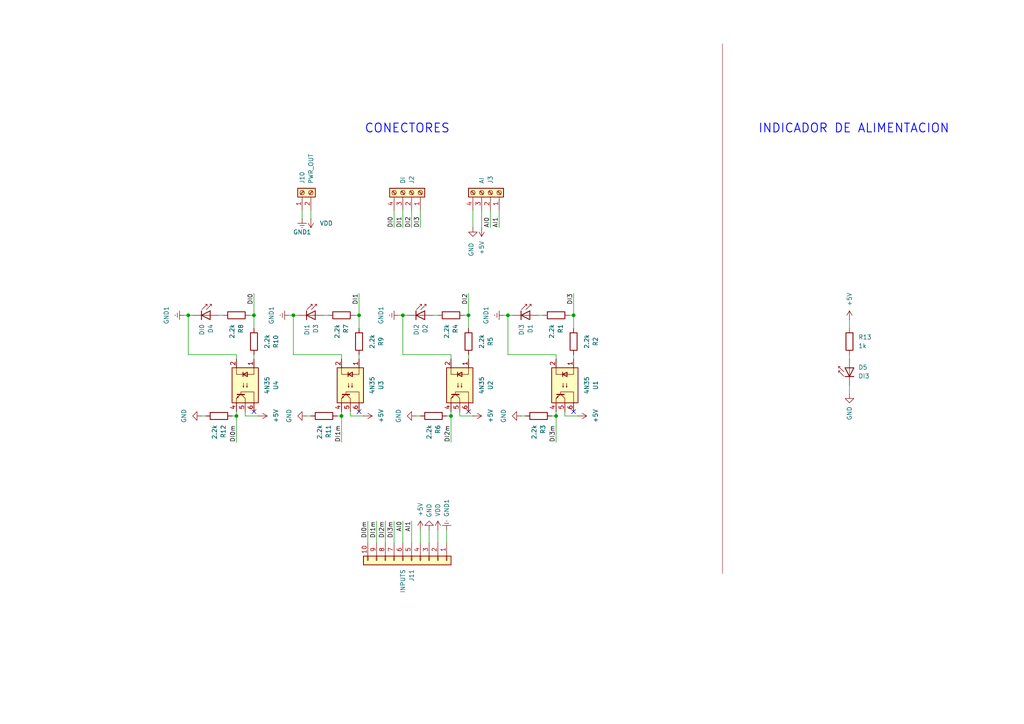
<source format=kicad_sch>
(kicad_sch (version 20231120) (generator "eeschema") (generator_version "8.0")
  (paper "A4")
  (lib_symbols
    (symbol "Connector:Screw_Terminal_01x02" (pin_names (offset 1.016) hide)
      (property "Reference" "J" (at 0 2.54 0))
      (property "Value" "Screw_Terminal_01x02" (at 0 -5.08 0))
      (symbol "Screw_Terminal_01x02_1_1"
        (rectangle (start -1.27 1.27) (end 1.27 -3.81) (stroke (width 0.254)) (fill (type background)))
        (circle (center 0 -2.54) (radius 0.635) (stroke (width 0.1524)))
        (polyline (pts (xy -0.5334 -2.2098) (xy 0.3302 -3.048)) (stroke (width 0.1524)))
        (polyline (pts (xy -0.5334 0.3302) (xy 0.3302 -0.508)) (stroke (width 0.1524)))
        (polyline (pts (xy -0.3556 -2.032) (xy 0.508 -2.8702)) (stroke (width 0.1524)))
        (polyline (pts (xy -0.3556 0.508) (xy 0.508 -0.3302)) (stroke (width 0.1524)))
        (circle (center 0 0) (radius 0.635) (stroke (width 0.1524)))
        (pin passive line (at -5.08 0 0) (length 3.81) (name "Pin_1") (number "1"))
        (pin passive line (at -5.08 -2.54 0) (length 3.81) (name "Pin_2") (number "2"))
      )
    )
    (symbol "Connector:Screw_Terminal_01x04" (pin_names (offset 1.016) hide)
      (property "Reference" "J" (at 0 5.08 0))
      (property "Value" "Screw_Terminal_01x04" (at 0 -7.62 0))
      (symbol "Screw_Terminal_01x04_1_1"
        (rectangle (start -1.27 3.81) (end 1.27 -6.35) (stroke (width 0.254)) (fill (type background)))
        (circle (center 0 -5.08) (radius 0.635) (stroke (width 0.1524)))
        (circle (center 0 -2.54) (radius 0.635) (stroke (width 0.1524)))
        (polyline (pts (xy -0.5334 -4.7498) (xy 0.3302 -5.588)) (stroke (width 0.1524)))
        (polyline (pts (xy -0.5334 -2.2098) (xy 0.3302 -3.048)) (stroke (width 0.1524)))
        (polyline (pts (xy -0.5334 0.3302) (xy 0.3302 -0.508)) (stroke (width 0.1524)))
        (polyline (pts (xy -0.5334 2.8702) (xy 0.3302 2.032)) (stroke (width 0.1524)))
        (polyline (pts (xy -0.3556 -4.572) (xy 0.508 -5.4102)) (stroke (width 0.1524)))
        (polyline (pts (xy -0.3556 -2.032) (xy 0.508 -2.8702)) (stroke (width 0.1524)))
        (polyline (pts (xy -0.3556 0.508) (xy 0.508 -0.3302)) (stroke (width 0.1524)))
        (polyline (pts (xy -0.3556 3.048) (xy 0.508 2.2098)) (stroke (width 0.1524)))
        (circle (center 0 0) (radius 0.635) (stroke (width 0.1524)))
        (circle (center 0 2.54) (radius 0.635) (stroke (width 0.1524)))
        (pin passive line (at -5.08 2.54 0) (length 3.81) (name "Pin_1") (number "1"))
        (pin passive line (at -5.08 0 0) (length 3.81) (name "Pin_2") (number "2"))
        (pin passive line (at -5.08 -2.54 0) (length 3.81) (name "Pin_3") (number "3"))
        (pin passive line (at -5.08 -5.08 0) (length 3.81) (name "Pin_4") (number "4"))
      )
    )
    (symbol "Connector_Generic:Conn_01x10" (pin_names (offset 1.016) hide)
      (property "Reference" "J" (at 0 12.7 0))
      (property "Value" "Conn_01x10" (at 0 -15.24 0))
      (symbol "Conn_01x10_1_1"
        (rectangle (start -1.27 -12.573) (end 0 -12.827) (stroke (width 0.1524)))
        (rectangle (start -1.27 -10.033) (end 0 -10.287) (stroke (width 0.1524)))
        (rectangle (start -1.27 -7.493) (end 0 -7.747) (stroke (width 0.1524)))
        (rectangle (start -1.27 -4.953) (end 0 -5.207) (stroke (width 0.1524)))
        (rectangle (start -1.27 -2.413) (end 0 -2.667) (stroke (width 0.1524)))
        (rectangle (start -1.27 0.127) (end 0 -0.127) (stroke (width 0.1524)))
        (rectangle (start -1.27 2.667) (end 0 2.413) (stroke (width 0.1524)))
        (rectangle (start -1.27 5.207) (end 0 4.953) (stroke (width 0.1524)))
        (rectangle (start -1.27 7.747) (end 0 7.493) (stroke (width 0.1524)))
        (rectangle (start -1.27 10.287) (end 0 10.033) (stroke (width 0.1524)))
        (rectangle (start -1.27 11.43) (end 1.27 -13.97) (stroke (width 0.254)) (fill (type background)))
        (pin passive line (at -5.08 10.16 0) (length 3.81) (name "Pin_1") (number "1"))
        (pin passive line (at -5.08 -12.7 0) (length 3.81) (name "Pin_10") (number "10"))
        (pin passive line (at -5.08 7.62 0) (length 3.81) (name "Pin_2") (number "2"))
        (pin passive line (at -5.08 5.08 0) (length 3.81) (name "Pin_3") (number "3"))
        (pin passive line (at -5.08 2.54 0) (length 3.81) (name "Pin_4") (number "4"))
        (pin passive line (at -5.08 0 0) (length 3.81) (name "Pin_5") (number "5"))
        (pin passive line (at -5.08 -2.54 0) (length 3.81) (name "Pin_6") (number "6"))
        (pin passive line (at -5.08 -5.08 0) (length 3.81) (name "Pin_7") (number "7"))
        (pin passive line (at -5.08 -7.62 0) (length 3.81) (name "Pin_8") (number "8"))
        (pin passive line (at -5.08 -10.16 0) (length 3.81) (name "Pin_9") (number "9"))
      )
    )
    (symbol "Device:R" (pin_numbers hide) (pin_names (offset 0))
      (property "Reference" "R" (at 2.032 0 90))
      (property "Value" "R" (at 0 0 90))
      (symbol "R_0_1"
        (rectangle (start -1.016 -2.54) (end 1.016 2.54) (stroke (width 0.254)))
      )
      (symbol "R_1_1"
        (pin passive line (at 0 3.81 270) (length 1.27) (name "~") (number "1"))
        (pin passive line (at 0 -3.81 90) (length 1.27) (name "~") (number "2"))
      )
    )
    (symbol "Isolator:4N35" (pin_names (offset 1.016))
      (property "Reference" "U" (at -5.08 5.08 0))
      (property "Value" "4N35" (at 0 5.08 0))
      (symbol "4N35_0_1"
        (rectangle (start -5.08 3.81) (end 5.08 -3.81) (stroke (width 0.254)) (fill (type background)))
        (polyline (pts (xy -3.81 -0.635) (xy -2.54 -0.635)) (stroke (width 0.254)))
        (polyline (pts (xy 2.667 -1.397) (xy 3.81 -2.54)))
        (polyline (pts (xy 2.667 -1.143) (xy 3.81 0)))
        (polyline (pts (xy 3.81 -2.54) (xy 5.08 -2.54)))
        (polyline (pts (xy 3.81 0) (xy 5.08 0)))
        (polyline (pts (xy 2.667 -0.254) (xy 2.667 -2.286) (xy 2.667 -2.286)) (stroke (width 0.3556)))
        (polyline (pts (xy -5.08 -2.54) (xy -3.175 -2.54) (xy -3.175 2.54) (xy -5.08 2.54)))
        (polyline (pts (xy -3.175 -0.635) (xy -3.81 0.635) (xy -2.54 0.635) (xy -3.175 -0.635)) (stroke (width 0.254)))
        (polyline (pts (xy 3.683 -2.413) (xy 3.429 -1.905) (xy 3.175 -2.159) (xy 3.683 -2.413)))
        (polyline (pts (xy 5.08 2.54) (xy 1.905 2.54) (xy 1.905 -1.27) (xy 2.54 -1.27)))
        (polyline (pts (xy -0.635 -0.508) (xy 0.635 -0.508) (xy 0.254 -0.635) (xy 0.254 -0.381) (xy 0.635 -0.508)))
        (polyline (pts (xy -0.635 0.508) (xy 0.635 0.508) (xy 0.254 0.381) (xy 0.254 0.635) (xy 0.635 0.508)))
      )
      (symbol "4N35_1_1"
        (pin passive line (at -7.62 2.54 0) (length 2.54) (name "~") (number "1"))
        (pin passive line (at -7.62 -2.54 0) (length 2.54) (name "~") (number "2"))
        (pin no_connect line (at -5.08 0 0) (length 2.54) hide (name "NC") (number "3"))
        (pin passive line (at 7.62 -2.54 180) (length 2.54) (name "~") (number "4"))
        (pin passive line (at 7.62 0 180) (length 2.54) (name "~") (number "5"))
        (pin passive line (at 7.62 2.54 180) (length 2.54) (name "~") (number "6"))
      )
    )
    (symbol "LED:IR204A" (pin_numbers hide) (pin_names (offset 1.016) hide)
      (property "Reference" "D" (at 0.508 1.778 0))
      (property "Value" "IR204A" (at -1.016 -2.794 0))
      (symbol "IR204A_0_1"
        (polyline (pts (xy -2.54 1.27) (xy -2.54 -1.27)) (stroke (width 0.254)))
        (polyline (pts (xy 0 0) (xy -2.54 0)))
        (polyline (pts (xy 0.381 3.175) (xy -0.127 3.175)))
        (polyline (pts (xy -1.143 1.651) (xy 0.381 3.175) (xy 0.381 2.667)))
        (polyline (pts (xy 0 1.27) (xy -2.54 0) (xy 0 -1.27) (xy 0 1.27)) (stroke (width 0.254)))
        (polyline (pts (xy -2.413 1.651) (xy -0.889 3.175) (xy -0.889 2.667) (xy -0.889 3.175) (xy -1.397 3.175)))
      )
      (symbol "IR204A_1_1"
        (pin passive line (at -5.08 0 0) (length 2.54) (name "K") (number "1"))
        (pin passive line (at 2.54 0 180) (length 2.54) (name "A") (number "2"))
      )
    )
    (symbol "power:+5V" (power) (pin_numbers hide) (pin_names (offset 0) hide)
      (property "Value" "+5V" (at 0 3.556 0))
      (symbol "+5V_0_1"
        (polyline (pts (xy -0.762 1.27) (xy 0 2.54)))
        (polyline (pts (xy 0 0) (xy 0 2.54)))
        (polyline (pts (xy 0 2.54) (xy 0.762 1.27)))
      )
      (symbol "+5V_1_1"
        (pin power_in line (at 0 0 90) (length 0) (name "~") (number "1"))
      )
    )
    (symbol "power:Earth" (power) (pin_numbers hide) (pin_names (offset 0) hide)
      (property "Value" "Earth" (at 0 -3.81 0))
      (symbol "Earth_0_1"
        (polyline (pts (xy -0.635 -1.905) (xy 0.635 -1.905)))
        (polyline (pts (xy -0.127 -2.54) (xy 0.127 -2.54)))
        (polyline (pts (xy 0 -1.27) (xy 0 0)))
        (polyline (pts (xy 1.27 -1.27) (xy -1.27 -1.27)))
      )
      (symbol "Earth_1_1"
        (pin power_in line (at 0 0 270) (length 0) (name "~") (number "1"))
      )
    )
    (symbol "power:GND" (power) (pin_numbers hide) (pin_names (offset 0) hide)
      (property "Value" "GND" (at 0 -3.81 0))
      (symbol "GND_0_1"
        (polyline (pts (xy 0 0) (xy 0 -1.27) (xy 1.27 -1.27) (xy 0 -2.54) (xy -1.27 -1.27) (xy 0 -1.27)))
      )
      (symbol "GND_1_1"
        (pin power_in line (at 0 0 270) (length 0) (name "~") (number "1"))
      )
    )
    (symbol "power:VDD" (power) (pin_numbers hide) (pin_names (offset 0) hide)
      (property "Value" "VDD" (at 0 3.556 0))
      (symbol "VDD_0_1"
        (polyline (pts (xy -0.762 1.27) (xy 0 2.54)))
        (polyline (pts (xy 0 0) (xy 0 2.54)))
        (polyline (pts (xy 0 2.54) (xy 0.762 1.27)))
      )
      (symbol "VDD_1_1"
        (pin power_in line (at 0 0 90) (length 0) (name "~") (number "1"))
      )
    )
  )
  (junction (at 166.37 91.44))
  (junction (at 135.89 91.44))
  (junction (at 54.61 91.44))
  (junction (at 130.81 120.65))
  (junction (at 73.66 91.44))
  (junction (at 104.14 91.44))
  (junction (at 99.06 120.65))
  (junction (at 85.09 91.44))
  (junction (at 161.29 120.65))
  (junction (at 68.58 120.65))
  (junction (at 147.32 91.44))
  (junction (at 116.84 91.44))
  (no_connect (at 104.14 119.38))
  (no_connect (at 135.89 119.38))
  (no_connect (at 73.66 119.38))
  (no_connect (at 166.37 119.38))
  (wire (pts (xy 135.89 91.44) (xy 134.62 91.44)))
  (wire (pts (xy 137.16 66.04) (xy 137.16 60.96)))
  (wire (pts (xy 161.29 102.87) (xy 147.32 102.87)))
  (wire (pts (xy 130.81 119.38) (xy 130.81 120.65)))
  (wire (pts (xy 166.37 95.25) (xy 166.37 91.44)))
  (wire (pts (xy 161.29 119.38) (xy 161.29 120.65)))
  (wire (pts (xy 166.37 91.44) (xy 165.1 91.44)))
  (wire (pts (xy 104.14 102.87) (xy 104.14 104.14)))
  (wire (pts (xy 130.81 104.14) (xy 130.81 102.87)))
  (wire (pts (xy 99.06 120.65) (xy 99.06 128.27)))
  (wire (pts (xy 104.14 95.25) (xy 104.14 91.44)))
  (wire (pts (xy 104.14 91.44) (xy 102.87 91.44)))
  (wire (pts (xy 101.6 119.38) (xy 101.6 120.65)))
  (wire (pts (xy 142.24 60.96) (xy 142.24 66.04)))
  (wire (pts (xy 68.58 119.38) (xy 68.58 120.65)))
  (wire (pts (xy 85.09 102.87) (xy 85.09 91.44)))
  (wire (pts (xy 109.22 157.48) (xy 109.22 151.13)))
  (wire (pts (xy 135.89 95.25) (xy 135.89 91.44)))
  (wire (pts (xy 104.14 85.09) (xy 104.14 91.44)))
  (wire (pts (xy 124.46 157.48) (xy 124.46 153.67)))
  (wire (pts (xy 90.17 60.96) (xy 90.17 63.5)))
  (wire (pts (xy 54.61 91.44) (xy 53.34 91.44)))
  (wire (pts (xy 73.66 102.87) (xy 73.66 104.14)))
  (wire (pts (xy 121.92 60.96) (xy 121.92 66.04)))
  (wire (pts (xy 130.81 120.65) (xy 130.81 128.27)))
  (wire (pts (xy 59.69 120.65) (xy 58.42 120.65)))
  (wire (pts (xy 71.12 119.38) (xy 71.12 120.65)))
  (wire (pts (xy 147.32 102.87) (xy 147.32 91.44)))
  (wire (pts (xy 106.68 157.48) (xy 106.68 151.13)))
  (wire (pts (xy 135.89 102.87) (xy 135.89 104.14)))
  (wire (pts (xy 116.84 91.44) (xy 115.57 91.44)))
  (wire (pts (xy 139.7 66.04) (xy 139.7 60.96)))
  (wire (pts (xy 114.3 157.48) (xy 114.3 151.13)))
  (wire (pts (xy 127 157.48) (xy 127 153.67)))
  (wire (pts (xy 73.66 85.09) (xy 73.66 91.44)))
  (wire (pts (xy 99.06 120.65) (xy 97.79 120.65)))
  (wire (pts (xy 152.4 120.65) (xy 151.13 120.65)))
  (wire (pts (xy 99.06 104.14) (xy 99.06 102.87)))
  (wire (pts (xy 64.77 91.44) (xy 63.5 91.44)))
  (wire (pts (xy 68.58 120.65) (xy 67.31 120.65)))
  (wire (pts (xy 116.84 102.87) (xy 116.84 91.44)))
  (wire (pts (xy 133.35 119.38) (xy 133.35 120.65)))
  (wire (pts (xy 68.58 104.14) (xy 68.58 102.87)))
  (wire (pts (xy 55.88 91.44) (xy 54.61 91.44)))
  (wire (pts (xy 246.38 102.87) (xy 246.38 104.14)))
  (wire (pts (xy 99.06 102.87) (xy 85.09 102.87)))
  (wire (pts (xy 121.92 157.48) (xy 121.92 153.67)))
  (wire (pts (xy 54.61 91.44) (xy 54.61 102.87)))
  (wire (pts (xy 85.09 91.44) (xy 83.82 91.44)))
  (wire (pts (xy 111.76 157.48) (xy 111.76 151.13)))
  (wire (pts (xy 121.92 120.65) (xy 120.65 120.65)))
  (wire (pts (xy 95.25 91.44) (xy 93.98 91.44)))
  (wire (pts (xy 86.36 91.44) (xy 85.09 91.44)))
  (wire (pts (xy 166.37 102.87) (xy 166.37 104.14)))
  (wire (pts (xy 116.84 60.96) (xy 116.84 66.04)))
  (wire (pts (xy 73.66 91.44) (xy 72.39 91.44)))
  (wire (pts (xy 147.32 91.44) (xy 146.05 91.44)))
  (wire (pts (xy 161.29 120.65) (xy 161.29 128.27)))
  (wire (pts (xy 114.3 60.96) (xy 114.3 66.04)))
  (wire (pts (xy 167.64 120.65) (xy 163.83 120.65)))
  (wire (pts (xy 161.29 104.14) (xy 161.29 102.87)))
  (wire (pts (xy 118.11 91.44) (xy 116.84 91.44)))
  (wire (pts (xy 73.66 95.25) (xy 73.66 91.44)))
  (wire (pts (xy 119.38 157.48) (xy 119.38 151.13)))
  (wire (pts (xy 130.81 102.87) (xy 116.84 102.87)))
  (wire (pts (xy 99.06 119.38) (xy 99.06 120.65)))
  (wire (pts (xy 246.38 114.3) (xy 246.38 111.76)))
  (wire (pts (xy 148.59 91.44) (xy 147.32 91.44)))
  (wire (pts (xy 68.58 120.65) (xy 68.58 128.27)))
  (wire (pts (xy 135.89 85.09) (xy 135.89 91.44)))
  (wire (pts (xy 68.58 102.87) (xy 54.61 102.87)))
  (wire (pts (xy 163.83 119.38) (xy 163.83 120.65)))
  (wire (pts (xy 116.84 157.48) (xy 116.84 151.13)))
  (wire (pts (xy 130.81 120.65) (xy 129.54 120.65)))
  (wire (pts (xy 90.17 120.65) (xy 88.9 120.65)))
  (wire (pts (xy 127 91.44) (xy 125.73 91.44)))
  (wire (pts (xy 74.93 120.65) (xy 71.12 120.65)))
  (wire (pts (xy 129.54 157.48) (xy 129.54 153.67)))
  (wire (pts (xy 133.35 120.65) (xy 137.16 120.65)))
  (wire (pts (xy 246.38 92.71) (xy 246.38 95.25)))
  (wire (pts (xy 119.38 60.96) (xy 119.38 66.04)))
  (wire (pts (xy 87.63 60.96) (xy 87.63 63.5)))
  (wire (pts (xy 161.29 120.65) (xy 160.02 120.65)))
  (wire (pts (xy 157.48 91.44) (xy 156.21 91.44)))
  (polyline (pts (xy 209.55 12.7) (xy 209.55 166.37)) (stroke (width 0) (color 163 50 72 1)))
  (wire (pts (xy 144.78 60.96) (xy 144.78 66.04)))
  (wire (pts (xy 105.41 120.65) (xy 101.6 120.65)))
  (wire (pts (xy 166.37 85.09) (xy 166.37 91.44)))
  (text "INDICADOR DE ALIMENTACION" (at 247.65 37.338 0) (effects (font (size 2.54 2.54) (thickness 0.254) (bold yes))))
  (text "CONECTORES" (at 118.11 37.338 0) (effects (font (size 2.54 2.54) (thickness 0.254) (bold yes))))
  (label "AI0" (at 142.24 66.04 90))
  (label "DI2m" (at 111.76 151.13 270))
  (label "AI1" (at 144.78 66.04 90))
  (label "DI3" (at 166.37 85.09 270))
  (label "DI3" (at 121.92 66.04 90))
  (label "DI1" (at 116.84 66.04 90))
  (label "DI3m" (at 114.3 151.13 270))
  (label "DI0" (at 73.66 85.09 270))
  (label "DI2" (at 119.38 66.04 90))
  (label "DI2m" (at 130.81 128.27 90))
  (label "DI1" (at 104.14 85.09 270))
  (label "AI1" (at 119.38 151.13 270))
  (label "DI0" (at 114.3 66.04 90))
  (label "DI2" (at 135.89 85.09 270))
  (label "DI0m" (at 106.68 151.13 270))
  (label "AI0" (at 116.84 151.13 270))
  (label "DI3m" (at 161.29 128.27 90))
  (label "DI1m" (at 109.22 151.13 270))
  (label "DI0m" (at 68.58 128.27 90))
  (label "DI1m" (at 99.06 128.27 90))
  (symbol (lib_id "power:Earth") (at 53.34 91.44 270) (unit 1)
    (property "Reference" "#PWR012" (effects (hide yes)))
    (property "Value" "GND1" (at 48.26 91.44 0))
    (property "Description" "Power symbol creates a global label with name \"Earth\"" (effects (hide yes)))
  )
  (symbol (lib_id "Isolator:4N35") (at 101.6 111.76 270) (unit 1)
    (property "Reference" "U3" (at 110.49 111.76 0))
    (property "Value" "4N35" (at 107.95 111.76 0))
    (property "Footprint" "Package_DIP:DIP-6_W7.62mm_LongPads" (effects (hide yes)))
    (property "Datasheet" "https://www.vishay.com/docs/81181/4n35.pdf" (effects (hide yes)))
    (property "Description" "Optocoupler, Phototransistor Output, with Base Connection, Vce 70V, CTR 100%, Viso 5000V, DIP6" (effects (hide yes)))
  )
  (symbol (lib_id "LED:IR204A") (at 123.19 91.44 0) (unit 1)
    (property "Reference" "D2" (at 123.3171 93.98 90) (effects (justify right)))
    (property "Value" "DI2" (at 120.7771 93.98 90) (effects (justify right)))
    (property "Footprint" "LED_THT:LED_D3.0mm_IRBlack" (effects (hide yes)))
    (property "Datasheet" "http://www.everlight.com/file/ProductFile/IR204-A.pdf" (effects (hide yes)))
    (property "Description" "Infrared LED , 3mm LED package" (effects (hide yes)))
  )
  (symbol (lib_id "Isolator:4N35") (at 71.12 111.76 270) (unit 1)
    (property "Reference" "U4" (at 80.01 111.76 0))
    (property "Value" "4N35" (at 77.47 111.76 0))
    (property "Footprint" "Package_DIP:DIP-6_W7.62mm_LongPads" (effects (hide yes)))
    (property "Datasheet" "https://www.vishay.com/docs/81181/4n35.pdf" (effects (hide yes)))
    (property "Description" "Optocoupler, Phototransistor Output, with Base Connection, Vce 70V, CTR 100%, Viso 5000V, DIP6" (effects (hide yes)))
  )
  (symbol (lib_id "Device:R") (at 135.89 99.06 0) (unit 1)
    (property "Reference" "R5" (at 142.24 99.06 90))
    (property "Value" "2.2k" (at 139.7 99.06 90))
    (property "Footprint" "Resistor_THT:R_Axial_DIN0207_L6.3mm_D2.5mm_P7.62mm_Horizontal" (effects (hide yes)))
    (property "Description" "Resistor" (effects (hide yes)))
  )
  (symbol (lib_id "Device:R") (at 99.06 91.44 270) (unit 1)
    (property "Reference" "R7" (at 100.3301 93.98 0) (effects (justify left)))
    (property "Value" "2.2k" (at 97.7901 93.98 0) (effects (justify left)))
    (property "Footprint" "Resistor_THT:R_Axial_DIN0207_L6.3mm_D2.5mm_P7.62mm_Horizontal" (effects (hide yes)))
    (property "Description" "Resistor" (effects (hide yes)))
  )
  (symbol (lib_id "Device:R") (at 68.58 91.44 270) (unit 1)
    (property "Reference" "R8" (at 69.8501 93.98 0) (effects (justify left)))
    (property "Value" "2.2k" (at 67.3101 93.98 0) (effects (justify left)))
    (property "Footprint" "Resistor_THT:R_Axial_DIN0207_L6.3mm_D2.5mm_P7.62mm_Horizontal" (effects (hide yes)))
    (property "Description" "Resistor" (effects (hide yes)))
  )
  (symbol (lib_id "power:VDD") (at 90.17 63.5 180) (unit 1)
    (property "Reference" "#PWR022" (effects (hide yes)))
    (property "Value" "VDD" (at 92.71 64.7699 0) (effects (justify right)))
    (property "Description" "Power symbol creates a global label with name \"VDD\"" (effects (hide yes)))
  )
  (symbol (lib_id "power:GND") (at 88.9 120.65 270) (unit 1)
    (property "Reference" "#PWR06" (effects (hide yes)))
    (property "Value" "GND" (at 83.82 120.65 0))
    (property "Description" "Power symbol creates a global label with name \"GND\" , ground" (effects (hide yes)))
  )
  (symbol (lib_id "Connector:Screw_Terminal_01x02") (at 87.63 55.88 90) (unit 1)
    (property "Reference" "J10" (at 87.6299 53.34 0) (effects (justify left)))
    (property "Value" "PWR_OUT" (at 90.1699 53.34 0) (effects (justify left)))
    (property "Footprint" "Borneras:TerminalBlock_Altech_AK300-2_P5.00mm" (effects (hide yes)))
    (property "Description" "Generic screw terminal, single row, 01x02, script generated (kicad-library-utils/schlib/autogen/connector/)" (effects (hide yes)))
  )
  (symbol (lib_id "Connector:Screw_Terminal_01x04") (at 142.24 55.88 270) (mirror x) (unit 1)
    (property "Reference" "J3" (at 142.2401 53.34 0) (effects (justify left)))
    (property "Value" "AI" (at 139.7001 53.34 0) (effects (justify left)))
    (property "Footprint" "Borneras:TerminalBlock_Altech_AK300-4_P5.00mm" (effects (hide yes)))
    (property "Description" "Generic screw terminal, single row, 01x04, script generated (kicad-library-utils/schlib/autogen/connector/)" (effects (hide yes)))
  )
  (symbol (lib_id "Device:R") (at 104.14 99.06 0) (unit 1)
    (property "Reference" "R9" (at 110.49 99.06 90))
    (property "Value" "2.2k" (at 107.95 99.06 90))
    (property "Footprint" "Resistor_THT:R_Axial_DIN0207_L6.3mm_D2.5mm_P7.62mm_Horizontal" (effects (hide yes)))
    (property "Description" "Resistor" (effects (hide yes)))
  )
  (symbol (lib_id "power:+5V") (at 121.92 153.67 0) (mirror y) (unit 1)
    (property "Reference" "#PWR025" (effects (hide yes)))
    (property "Value" "+5V" (at 121.9201 149.86 90) (effects (justify left)))
    (property "Description" "Power symbol creates a global label with name \"+5V\"" (effects (hide yes)))
  )
  (symbol (lib_id "power:+5V") (at 139.7 66.04 180) (unit 1)
    (property "Reference" "#PWR016" (effects (hide yes)))
    (property "Value" "+5V" (at 139.7001 69.85 90) (effects (justify left)))
    (property "Description" "Power symbol creates a global label with name \"+5V\"" (effects (hide yes)))
  )
  (symbol (lib_id "Device:R") (at 73.66 99.06 0) (unit 1)
    (property "Reference" "R10" (at 80.01 99.06 90))
    (property "Value" "2.2k" (at 77.47 99.06 90))
    (property "Footprint" "Resistor_THT:R_Axial_DIN0207_L6.3mm_D2.5mm_P7.62mm_Horizontal" (effects (hide yes)))
    (property "Description" "Resistor" (effects (hide yes)))
  )
  (symbol (lib_id "Device:R") (at 161.29 91.44 270) (unit 1)
    (property "Reference" "R1" (at 162.5601 93.98 0) (effects (justify left)))
    (property "Value" "2.2k" (at 160.0201 93.98 0) (effects (justify left)))
    (property "Footprint" "Resistor_THT:R_Axial_DIN0207_L6.3mm_D2.5mm_P7.62mm_Horizontal" (effects (hide yes)))
    (property "Description" "Resistor" (effects (hide yes)))
  )
  (symbol (lib_id "power:+5V") (at 246.38 92.71 0) (mirror y) (unit 1)
    (property "Reference" "#PWR09" (effects (hide yes)))
    (property "Value" "+5V" (at 246.3799 88.9 90) (effects (justify left)))
    (property "Description" "Power symbol creates a global label with name \"+5V\"" (effects (hide yes)))
  )
  (symbol (lib_id "power:GND") (at 151.13 120.65 270) (unit 1)
    (property "Reference" "#PWR01" (effects (hide yes)))
    (property "Value" "GND" (at 146.05 120.65 0))
    (property "Description" "Power symbol creates a global label with name \"GND\" , ground" (effects (hide yes)))
  )
  (symbol (lib_id "LED:IR204A") (at 91.44 91.44 0) (unit 1)
    (property "Reference" "D3" (at 91.5671 93.98 90) (effects (justify right)))
    (property "Value" "DI1" (at 89.0271 93.98 90) (effects (justify right)))
    (property "Footprint" "LED_THT:LED_D3.0mm_IRBlack" (effects (hide yes)))
    (property "Datasheet" "http://www.everlight.com/file/ProductFile/IR204-A.pdf" (effects (hide yes)))
    (property "Description" "Infrared LED , 3mm LED package" (effects (hide yes)))
  )
  (symbol (lib_id "Isolator:4N35") (at 163.83 111.76 270) (unit 1)
    (property "Reference" "U1" (at 172.72 111.76 0))
    (property "Value" "4N35" (at 170.18 111.76 0))
    (property "Footprint" "Package_DIP:DIP-6_W7.62mm_LongPads" (effects (hide yes)))
    (property "Datasheet" "https://www.vishay.com/docs/81181/4n35.pdf" (effects (hide yes)))
    (property "Description" "Optocoupler, Phototransistor Output, with Base Connection, Vce 70V, CTR 100%, Viso 5000V, DIP6" (effects (hide yes)))
  )
  (symbol (lib_id "Device:R") (at 125.73 120.65 90) (unit 1)
    (property "Reference" "R6" (at 127.0001 123.19 0) (effects (justify right)))
    (property "Value" "2.2k" (at 124.4601 123.19 0) (effects (justify right)))
    (property "Footprint" "Resistor_THT:R_Axial_DIN0207_L6.3mm_D2.5mm_P7.62mm_Horizontal" (effects (hide yes)))
    (property "Description" "Resistor" (effects (hide yes)))
  )
  (symbol (lib_id "power:+5V") (at 74.93 120.65 270) (unit 1)
    (property "Reference" "#PWR07" (effects (hide yes)))
    (property "Value" "+5V" (at 80.01 120.65 0))
    (property "Description" "Power symbol creates a global label with name \"+5V\"" (effects (hide yes)))
  )
  (symbol (lib_id "Connector:Screw_Terminal_01x04") (at 119.38 55.88 270) (mirror x) (unit 1)
    (property "Reference" "J2" (at 119.3801 53.34 0) (effects (justify left)))
    (property "Value" "DI" (at 116.8401 53.34 0) (effects (justify left)))
    (property "Footprint" "Borneras:TerminalBlock_Altech_AK300-4_P5.00mm" (effects (hide yes)))
    (property "Description" "Generic screw terminal, single row, 01x04, script generated (kicad-library-utils/schlib/autogen/connector/)" (effects (hide yes)))
  )
  (symbol (lib_id "power:GND") (at 246.38 114.3 0) (mirror y) (unit 1)
    (property "Reference" "#PWR010" (effects (hide yes)))
    (property "Value" "GND" (at 246.38 119.888 90))
    (property "Description" "Power symbol creates a global label with name \"GND\" , ground" (effects (hide yes)))
  )
  (symbol (lib_id "power:Earth") (at 115.57 91.44 270) (unit 1)
    (property "Reference" "#PWR014" (effects (hide yes)))
    (property "Value" "GND1" (at 110.49 91.44 0))
    (property "Description" "Power symbol creates a global label with name \"Earth\"" (effects (hide yes)))
  )
  (symbol (lib_id "power:Earth") (at 129.54 153.67 0) (mirror x) (unit 1)
    (property "Reference" "#PWR021" (effects (hide yes)))
    (property "Value" "GND1" (at 129.54 147.32 90))
    (property "Description" "Power symbol creates a global label with name \"Earth\"" (effects (hide yes)))
  )
  (symbol (lib_id "power:GND") (at 120.65 120.65 270) (unit 1)
    (property "Reference" "#PWR04" (effects (hide yes)))
    (property "Value" "GND" (at 115.57 120.65 0))
    (property "Description" "Power symbol creates a global label with name \"GND\" , ground" (effects (hide yes)))
  )
  (symbol (lib_id "LED:IR204A") (at 246.38 106.68 90) (unit 1)
    (property "Reference" "D5" (at 248.92 106.5529 90) (effects (justify right)))
    (property "Value" "DI3" (at 248.92 109.0929 90) (effects (justify right)))
    (property "Footprint" "LED_THT:LED_D3.0mm_IRBlack" (effects (hide yes)))
    (property "Datasheet" "http://www.everlight.com/file/ProductFile/IR204-A.pdf" (effects (hide yes)))
    (property "Description" "Infrared LED , 3mm LED package" (effects (hide yes)))
  )
  (symbol (lib_id "power:Earth") (at 146.05 91.44 270) (unit 1)
    (property "Reference" "#PWR015" (effects (hide yes)))
    (property "Value" "GND1" (at 140.97 91.44 0))
    (property "Description" "Power symbol creates a global label with name \"Earth\"" (effects (hide yes)))
  )
  (symbol (lib_id "Device:R") (at 93.98 120.65 90) (unit 1)
    (property "Reference" "R11" (at 95.2501 123.19 0) (effects (justify right)))
    (property "Value" "2.2k" (at 92.7101 123.19 0) (effects (justify right)))
    (property "Footprint" "Resistor_THT:R_Axial_DIN0207_L6.3mm_D2.5mm_P7.62mm_Horizontal" (effects (hide yes)))
    (property "Description" "Resistor" (effects (hide yes)))
  )
  (symbol (lib_id "Isolator:4N35") (at 133.35 111.76 270) (unit 1)
    (property "Reference" "U2" (at 142.24 111.76 0))
    (property "Value" "4N35" (at 139.7 111.76 0))
    (property "Footprint" "Package_DIP:DIP-6_W7.62mm_LongPads" (effects (hide yes)))
    (property "Datasheet" "https://www.vishay.com/docs/81181/4n35.pdf" (effects (hide yes)))
    (property "Description" "Optocoupler, Phototransistor Output, with Base Connection, Vce 70V, CTR 100%, Viso 5000V, DIP6" (effects (hide yes)))
  )
  (symbol (lib_id "power:+5V") (at 137.16 120.65 270) (unit 1)
    (property "Reference" "#PWR03" (effects (hide yes)))
    (property "Value" "+5V" (at 142.24 120.65 0))
    (property "Description" "Power symbol creates a global label with name \"+5V\"" (effects (hide yes)))
  )
  (symbol (lib_id "power:Earth") (at 87.63 63.5 0) (unit 1)
    (property "Reference" "#PWR011" (effects (hide yes)))
    (property "Value" "GND1" (at 87.63 67.31 0))
    (property "Description" "Power symbol creates a global label with name \"Earth\"" (effects (hide yes)))
  )
  (symbol (lib_id "power:+5V") (at 167.64 120.65 270) (unit 1)
    (property "Reference" "#PWR02" (effects (hide yes)))
    (property "Value" "+5V" (at 172.72 120.65 0))
    (property "Description" "Power symbol creates a global label with name \"+5V\"" (effects (hide yes)))
  )
  (symbol (lib_id "Device:R") (at 63.5 120.65 90) (unit 1)
    (property "Reference" "R12" (at 64.7701 123.19 0) (effects (justify right)))
    (property "Value" "2.2k" (at 62.2301 123.19 0) (effects (justify right)))
    (property "Footprint" "Resistor_THT:R_Axial_DIN0207_L6.3mm_D2.5mm_P7.62mm_Horizontal" (effects (hide yes)))
    (property "Description" "Resistor" (effects (hide yes)))
  )
  (symbol (lib_id "LED:IR204A") (at 153.67 91.44 0) (unit 1)
    (property "Reference" "D1" (at 153.7971 93.98 90) (effects (justify right)))
    (property "Value" "DI3" (at 151.2571 93.98 90) (effects (justify right)))
    (property "Footprint" "LED_THT:LED_D3.0mm_IRBlack" (effects (hide yes)))
    (property "Datasheet" "http://www.everlight.com/file/ProductFile/IR204-A.pdf" (effects (hide yes)))
    (property "Description" "Infrared LED , 3mm LED package" (effects (hide yes)))
  )
  (symbol (lib_id "power:Earth") (at 83.82 91.44 270) (unit 1)
    (property "Reference" "#PWR013" (effects (hide yes)))
    (property "Value" "GND1" (at 78.74 91.44 0))
    (property "Description" "Power symbol creates a global label with name \"Earth\"" (effects (hide yes)))
  )
  (symbol (lib_id "power:+5V") (at 105.41 120.65 270) (unit 1)
    (property "Reference" "#PWR05" (effects (hide yes)))
    (property "Value" "+5V" (at 110.49 120.65 0))
    (property "Description" "Power symbol creates a global label with name \"+5V\"" (effects (hide yes)))
  )
  (symbol (lib_id "Device:R") (at 246.38 99.06 0) (unit 1)
    (property "Reference" "R13" (at 248.92 97.7899 0) (effects (justify left)))
    (property "Value" "1k" (at 248.92 100.3299 0) (effects (justify left)))
    (property "Footprint" "Resistor_THT:R_Axial_DIN0207_L6.3mm_D2.5mm_P7.62mm_Horizontal" (effects (hide yes)))
    (property "Description" "Resistor" (effects (hide yes)))
  )
  (symbol (lib_id "Device:R") (at 166.37 99.06 0) (unit 1)
    (property "Reference" "R2" (at 172.72 99.06 90))
    (property "Value" "2.2k" (at 170.18 99.06 90))
    (property "Footprint" "Resistor_THT:R_Axial_DIN0207_L6.3mm_D2.5mm_P7.62mm_Horizontal" (effects (hide yes)))
    (property "Description" "Resistor" (effects (hide yes)))
  )
  (symbol (lib_id "power:GND") (at 137.16 66.04 0) (unit 1)
    (property "Reference" "#PWR017" (effects (hide yes)))
    (property "Value" "GND" (at 136.652 70.358 90) (effects (justify right)))
    (property "Description" "Power symbol creates a global label with name \"GND\" , ground" (effects (hide yes)))
  )
  (symbol (lib_id "Connector_Generic:Conn_01x10") (at 119.38 162.56 270) (unit 1)
    (property "Reference" "J11" (at 119.3801 165.1 0) (effects (justify left)))
    (property "Value" "INPUTS" (at 116.8401 165.1 0) (effects (justify left)))
    (property "Footprint" "Connector_PinHeader_2.54mm:PinHeader_1x10_P2.54mm_Vertical" (effects (hide yes)))
    (property "Description" "Generic connector, single row, 01x10, script generated (kicad-library-utils/schlib/autogen/connector/)" (effects (hide yes)))
  )
  (symbol (lib_id "Device:R") (at 130.81 91.44 270) (unit 1)
    (property "Reference" "R4" (at 132.0801 93.98 0) (effects (justify left)))
    (property "Value" "2.2k" (at 129.5401 93.98 0) (effects (justify left)))
    (property "Footprint" "Resistor_THT:R_Axial_DIN0207_L6.3mm_D2.5mm_P7.62mm_Horizontal" (effects (hide yes)))
    (property "Description" "Resistor" (effects (hide yes)))
  )
  (symbol (lib_id "LED:IR204A") (at 60.96 91.44 0) (unit 1)
    (property "Reference" "D4" (at 61.0871 93.98 90) (effects (justify right)))
    (property "Value" "DI0" (at 58.5471 93.98 90) (effects (justify right)))
    (property "Footprint" "LED_THT:LED_D3.0mm_IRBlack" (effects (hide yes)))
    (property "Datasheet" "http://www.everlight.com/file/ProductFile/IR204-A.pdf" (effects (hide yes)))
    (property "Description" "Infrared LED , 3mm LED package" (effects (hide yes)))
  )
  (symbol (lib_id "power:VDD") (at 127 153.67 0) (mirror y) (unit 1)
    (property "Reference" "#PWR023" (effects (hide yes)))
    (property "Value" "VDD" (at 127.0001 149.86 90) (effects (justify left)))
    (property "Description" "Power symbol creates a global label with name \"VDD\"" (effects (hide yes)))
  )
  (symbol (lib_id "power:GND") (at 58.42 120.65 270) (unit 1)
    (property "Reference" "#PWR08" (effects (hide yes)))
    (property "Value" "GND" (at 53.34 120.65 0))
    (property "Description" "Power symbol creates a global label with name \"GND\" , ground" (effects (hide yes)))
  )
  (symbol (lib_id "Device:R") (at 156.21 120.65 90) (unit 1)
    (property "Reference" "R3" (at 157.4801 123.19 0) (effects (justify right)))
    (property "Value" "2.2k" (at 154.9401 123.19 0) (effects (justify right)))
    (property "Footprint" "Resistor_THT:R_Axial_DIN0207_L6.3mm_D2.5mm_P7.62mm_Horizontal" (effects (hide yes)))
    (property "Description" "Resistor" (effects (hide yes)))
  )
  (symbol (lib_id "power:GND") (at 124.46 153.67 0) (mirror x) (unit 1)
    (property "Reference" "#PWR024" (effects (hide yes)))
    (property "Value" "GND" (at 124.46 148.082 90))
    (property "Description" "Power symbol creates a global label with name \"GND\" , ground" (effects (hide yes)))
  )
)
</source>
